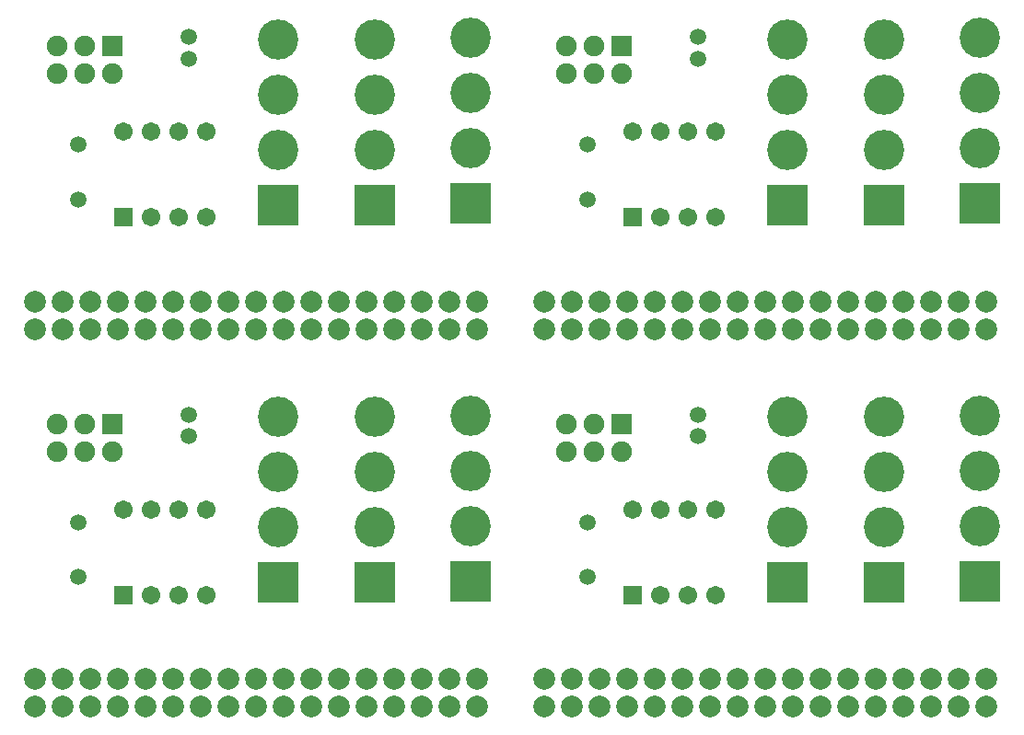
<source format=gts>
G04 Layer_Color=8388736*
%FSLAX25Y25*%
%MOIN*%
G70*
G01*
G75*
%ADD23C,0.05918*%
%ADD24C,0.14579*%
%ADD25R,0.14579X0.14579*%
%ADD26R,0.07493X0.07493*%
%ADD27C,0.07493*%
%ADD28R,0.06706X0.06706*%
%ADD29C,0.06706*%
%ADD30C,0.07887*%
D23*
X241000Y260685D02*
D03*
Y241000D02*
D03*
X281000Y299874D02*
D03*
Y292000D02*
D03*
X425374Y260685D02*
D03*
Y241000D02*
D03*
X465374Y299874D02*
D03*
Y292000D02*
D03*
X241000Y397559D02*
D03*
Y377874D02*
D03*
X281000Y436748D02*
D03*
Y428874D02*
D03*
X425374Y397559D02*
D03*
Y377874D02*
D03*
X465374Y436748D02*
D03*
Y428874D02*
D03*
D24*
X313413Y299000D02*
D03*
Y279000D02*
D03*
Y259000D02*
D03*
X348413Y299000D02*
D03*
Y279000D02*
D03*
Y259000D02*
D03*
X382913Y299500D02*
D03*
Y279500D02*
D03*
Y259500D02*
D03*
X497787Y299000D02*
D03*
Y279000D02*
D03*
Y259000D02*
D03*
X532787Y299000D02*
D03*
Y279000D02*
D03*
Y259000D02*
D03*
X567287Y299500D02*
D03*
Y279500D02*
D03*
Y259500D02*
D03*
X313413Y435874D02*
D03*
Y415874D02*
D03*
Y395874D02*
D03*
X348413Y435874D02*
D03*
Y415874D02*
D03*
Y395874D02*
D03*
X382913Y436374D02*
D03*
Y416374D02*
D03*
Y396374D02*
D03*
X497787Y435874D02*
D03*
Y415874D02*
D03*
Y395874D02*
D03*
X532787Y435874D02*
D03*
Y415874D02*
D03*
Y395874D02*
D03*
X567287Y436374D02*
D03*
Y416374D02*
D03*
Y396374D02*
D03*
D25*
X313413Y239000D02*
D03*
X348413D02*
D03*
X382913Y239500D02*
D03*
X497787Y239000D02*
D03*
X532787D02*
D03*
X567287Y239500D02*
D03*
X313413Y375874D02*
D03*
X348413D02*
D03*
X382913Y376374D02*
D03*
X497787Y375874D02*
D03*
X532787D02*
D03*
X567287Y376374D02*
D03*
D26*
X253500Y296500D02*
D03*
X437874D02*
D03*
X253500Y433374D02*
D03*
X437874D02*
D03*
D27*
X253500Y286500D02*
D03*
X243500Y296500D02*
D03*
Y286500D02*
D03*
X233500Y296500D02*
D03*
Y286500D02*
D03*
X437874D02*
D03*
X427874Y296500D02*
D03*
Y286500D02*
D03*
X417874Y296500D02*
D03*
Y286500D02*
D03*
X253500Y423374D02*
D03*
X243500Y433374D02*
D03*
Y423374D02*
D03*
X233500Y433374D02*
D03*
Y423374D02*
D03*
X437874D02*
D03*
X427874Y433374D02*
D03*
Y423374D02*
D03*
X417874Y433374D02*
D03*
Y423374D02*
D03*
D28*
X257500Y234500D02*
D03*
X441874D02*
D03*
X257500Y371374D02*
D03*
X441874D02*
D03*
D29*
X267500Y234500D02*
D03*
X277500D02*
D03*
X287500D02*
D03*
X257500Y265484D02*
D03*
X267500D02*
D03*
X277500D02*
D03*
X287500D02*
D03*
X451874Y234500D02*
D03*
X461874D02*
D03*
X471874D02*
D03*
X441874Y265484D02*
D03*
X451874D02*
D03*
X461874D02*
D03*
X471874D02*
D03*
X267500Y371374D02*
D03*
X277500D02*
D03*
X287500D02*
D03*
X257500Y402358D02*
D03*
X267500D02*
D03*
X277500D02*
D03*
X287500D02*
D03*
X451874Y371374D02*
D03*
X461874D02*
D03*
X471874D02*
D03*
X441874Y402358D02*
D03*
X451874D02*
D03*
X461874D02*
D03*
X471874D02*
D03*
D30*
X385500Y204000D02*
D03*
Y194000D02*
D03*
X375500Y204000D02*
D03*
Y194000D02*
D03*
X365500Y204000D02*
D03*
Y194000D02*
D03*
X355500Y204000D02*
D03*
Y194000D02*
D03*
X345500Y204000D02*
D03*
Y194000D02*
D03*
X335500Y204000D02*
D03*
Y194000D02*
D03*
X325500Y204000D02*
D03*
Y194000D02*
D03*
X315500Y204000D02*
D03*
Y194000D02*
D03*
X305500Y204000D02*
D03*
Y194000D02*
D03*
X295500Y204000D02*
D03*
Y194000D02*
D03*
X285500Y204000D02*
D03*
Y194000D02*
D03*
X275500Y204000D02*
D03*
Y194000D02*
D03*
X265500Y204000D02*
D03*
Y194000D02*
D03*
X255500Y204000D02*
D03*
Y194000D02*
D03*
X245500Y204000D02*
D03*
Y194000D02*
D03*
X235500Y204000D02*
D03*
Y194000D02*
D03*
X225500Y204000D02*
D03*
Y194000D02*
D03*
X569874Y204000D02*
D03*
Y194000D02*
D03*
X559874Y204000D02*
D03*
Y194000D02*
D03*
X549874Y204000D02*
D03*
Y194000D02*
D03*
X539874Y204000D02*
D03*
Y194000D02*
D03*
X529874Y204000D02*
D03*
Y194000D02*
D03*
X519874Y204000D02*
D03*
Y194000D02*
D03*
X509874Y204000D02*
D03*
Y194000D02*
D03*
X499874Y204000D02*
D03*
Y194000D02*
D03*
X489874Y204000D02*
D03*
Y194000D02*
D03*
X479874Y204000D02*
D03*
Y194000D02*
D03*
X469874Y204000D02*
D03*
Y194000D02*
D03*
X459874Y204000D02*
D03*
Y194000D02*
D03*
X449874Y204000D02*
D03*
Y194000D02*
D03*
X439874Y204000D02*
D03*
Y194000D02*
D03*
X429874Y204000D02*
D03*
Y194000D02*
D03*
X419874Y204000D02*
D03*
Y194000D02*
D03*
X409874Y204000D02*
D03*
Y194000D02*
D03*
X385500Y340874D02*
D03*
Y330874D02*
D03*
X375500Y340874D02*
D03*
Y330874D02*
D03*
X365500Y340874D02*
D03*
Y330874D02*
D03*
X355500Y340874D02*
D03*
Y330874D02*
D03*
X345500Y340874D02*
D03*
Y330874D02*
D03*
X335500Y340874D02*
D03*
Y330874D02*
D03*
X325500Y340874D02*
D03*
Y330874D02*
D03*
X315500Y340874D02*
D03*
Y330874D02*
D03*
X305500Y340874D02*
D03*
Y330874D02*
D03*
X295500Y340874D02*
D03*
Y330874D02*
D03*
X285500Y340874D02*
D03*
Y330874D02*
D03*
X275500Y340874D02*
D03*
Y330874D02*
D03*
X265500Y340874D02*
D03*
Y330874D02*
D03*
X255500Y340874D02*
D03*
Y330874D02*
D03*
X245500Y340874D02*
D03*
Y330874D02*
D03*
X235500Y340874D02*
D03*
Y330874D02*
D03*
X225500Y340874D02*
D03*
Y330874D02*
D03*
X569874Y340874D02*
D03*
Y330874D02*
D03*
X559874Y340874D02*
D03*
Y330874D02*
D03*
X549874Y340874D02*
D03*
Y330874D02*
D03*
X539874Y340874D02*
D03*
Y330874D02*
D03*
X529874Y340874D02*
D03*
Y330874D02*
D03*
X519874Y340874D02*
D03*
Y330874D02*
D03*
X509874Y340874D02*
D03*
Y330874D02*
D03*
X499874Y340874D02*
D03*
Y330874D02*
D03*
X489874Y340874D02*
D03*
Y330874D02*
D03*
X479874Y340874D02*
D03*
Y330874D02*
D03*
X469874Y340874D02*
D03*
Y330874D02*
D03*
X459874Y340874D02*
D03*
Y330874D02*
D03*
X449874Y340874D02*
D03*
Y330874D02*
D03*
X439874Y340874D02*
D03*
Y330874D02*
D03*
X429874Y340874D02*
D03*
Y330874D02*
D03*
X419874Y340874D02*
D03*
Y330874D02*
D03*
X409874Y340874D02*
D03*
Y330874D02*
D03*
M02*

</source>
